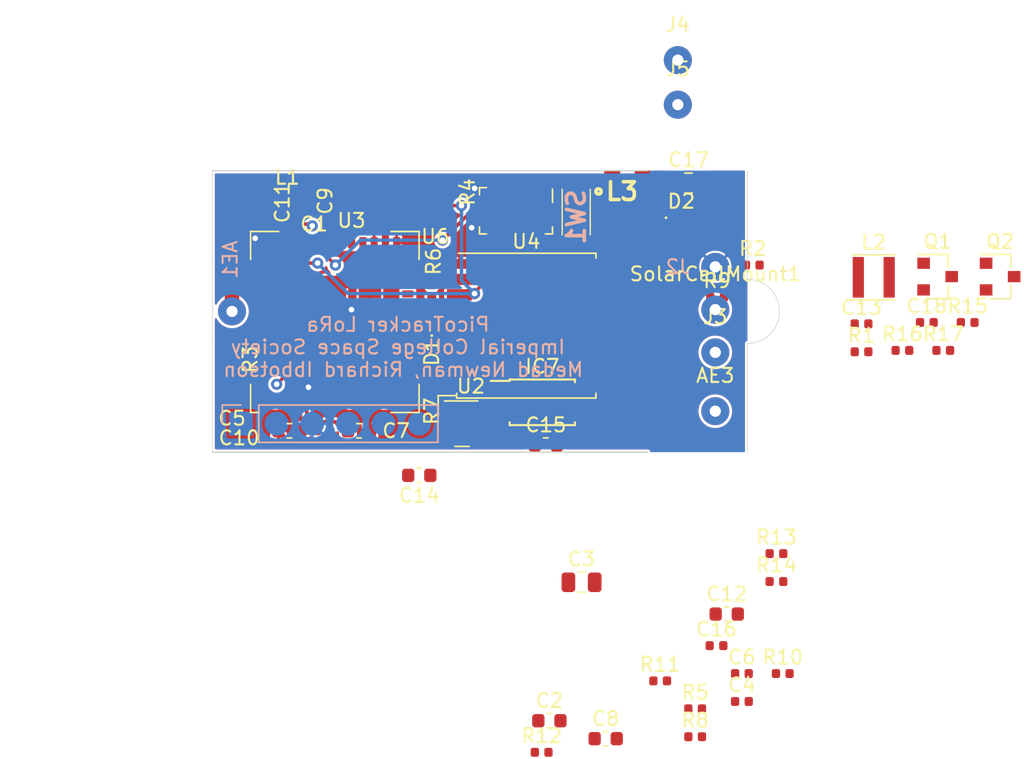
<source format=kicad_pcb>
(kicad_pcb (version 20171130) (host pcbnew "(5.1.2)-1")
  (title_block (title "PCB for Lora Pico Tracker") (date 2019-10-21) (company "Imperial College Space Society") (comment 1 "Richard Ibbotson, Medad Newman"))
  (layers (0 F.Cu signal) (31 B.Cu signal) (34 B.Paste user) (35 F.Paste user) (36 B.SilkS user) (37 F.SilkS user hide) (38 B.Mask user hide) (39 F.Mask user hide) (44 Edge.Cuts user))
  (net 0 "")
  (net 1 GND)
  (net 2 "Net-(C9-Pad1)")
  (net 3 /I2C1_SDA)
  (net 4 /I2C1_SCL)
  (net 5 /RESET)
  (net 6 "Net-(R3-Pad1)")
  (net 7 /GPS_EXTINT)
  (net 8 /GPS_SAFEBOOT)
  (net 9 "Net-(AE1-Pad1)")
  (net 10 "Net-(D1-Pad2)")
  (net 11 /LED)
  (net 12 /SWITCH)
  (net 13 +SOL)
  (net 14 "Net-(AE3-Pad1)")
  (net 15 +BATT)
  (net 16 "Net-(C4-Pad1)")
  (net 17 VCC)
  (net 18 "Net-(C15-Pad2)")
  (net 19 "Net-(C15-Pad1)")
  (net 20 "Net-(C16-Pad1)")
  (net 21 "Net-(C17-Pad2)")
  (net 22 /GPS_TIMEPULSE)
  (net 23 "Net-(IC7-Pad3)")
  (net 24 /SENSOR_EN)
  (net 25 /SWDIO)
  (net 26 "Net-(L2-Pad2)")
  (net 27 /SWCLK)
  (net 28 /BATT_PWR_MEASURE)
  (net 29 "Net-(C13-Pad1)")
  (net 30 /SOL_PWR_MEASURE)
  (net 31 "Net-(C18-Pad1)")
  (net 32 "Net-(Q1-Pad1)")
  (net 33 "Net-(Q2-Pad1)")
  (net 34 /SOLAR_VOLTS)
  (net 35 /BATT_VOLTS)
  (net 36 /TCXO_EN)
  (module Resistor_SMD:R_0402_1005Metric (layer F.Cu) (at 318.748 172.832)
    (fp_text reference R17 (at 0 -1.17) (layer F.SilkS))
    (fp_text value 10K)
    (pad 2 smd roundrect (at 0.485 0) (size 0.59 0.64) (layers F.Cu F.Paste F.Mask) (net 31 "Net-(C18-Pad1)"))
    (pad 1 smd roundrect (at -0.485 0) (size 0.59 0.64) (layers F.Cu F.Paste F.Mask) (net 13 +SOL))
  )
  (module Resistor_SMD:R_0402_1005Metric (layer F.Cu) (at 315.838 172.832)
    (fp_text reference R16 (at 0 -1.17) (layer F.SilkS))
    (fp_text value 100K)
    (pad 2 smd roundrect (at 0.485 0) (size 0.59 0.64) (layers F.Cu F.Paste F.Mask) (net 1 GND))
    (pad 1 smd roundrect (at -0.485 0) (size 0.59 0.64) (layers F.Cu F.Paste F.Mask) (net 35 /BATT_VOLTS))
  )
  (module Resistor_SMD:R_0402_1005Metric (layer F.Cu) (at 320.488 170.842)
    (fp_text reference R15 (at 0 -1.17) (layer F.SilkS))
    (fp_text value 100K)
    (pad 2 smd roundrect (at 0.485 0) (size 0.59 0.64) (layers F.Cu F.Paste F.Mask) (net 35 /BATT_VOLTS))
    (pad 1 smd roundrect (at -0.485 0) (size 0.59 0.64) (layers F.Cu F.Paste F.Mask) (net 32 "Net-(Q1-Pad1)"))
  )
  (module Resistor_SMD:R_0402_1005Metric (layer F.Cu) (at 312.928 172.932)
    (fp_text reference R1 (at 0 -1.17) (layer F.SilkS))
    (fp_text value 10K)
    (pad 2 smd roundrect (at 0.485 0) (size 0.59 0.64) (layers F.Cu F.Paste F.Mask) (net 29 "Net-(C13-Pad1)"))
    (pad 1 smd roundrect (at -0.485 0) (size 0.59 0.64) (layers F.Cu F.Paste F.Mask) (net 15 +BATT))
  )
  (module Package_TO_SOT_SMD:SOT-23 (layer F.Cu) (at 322.798 167.572)
    (fp_text reference Q2 (at 0 -2.5) (layer F.SilkS))
    (fp_text value Q_PMOS_DGS)
    (fp_line (start 0.76 1.58) (end -0.7 1.58) (layer F.SilkS) (width 0.12))
    (fp_line (start 0.76 -1.58) (end -1.4 -1.58) (layer F.SilkS) (width 0.12))
    (fp_line (start 0.76 -1.58) (end 0.76 -0.65) (layer F.SilkS) (width 0.12))
    (fp_line (start 0.76 1.58) (end 0.76 0.65) (layer F.SilkS) (width 0.12))
    (pad 3 smd rect (at 1 0) (size 0.9 0.8) (layers F.Cu F.Paste F.Mask) (net 13 +SOL))
    (pad 2 smd rect (at -1 0.95) (size 0.9 0.8) (layers F.Cu F.Paste F.Mask) (net 31 "Net-(C18-Pad1)"))
    (pad 1 smd rect (at -1 -0.95) (size 0.9 0.8) (layers F.Cu F.Paste F.Mask) (net 33 "Net-(Q2-Pad1)"))
  )
  (module Package_TO_SOT_SMD:SOT-23 (layer F.Cu) (at 318.348 167.572)
    (fp_text reference Q1 (at 0 -2.5) (layer F.SilkS))
    (fp_text value Q_PMOS_DGS)
    (fp_line (start 0.76 1.58) (end -0.7 1.58) (layer F.SilkS) (width 0.12))
    (fp_line (start 0.76 -1.58) (end -1.4 -1.58) (layer F.SilkS) (width 0.12))
    (fp_line (start 0.76 -1.58) (end 0.76 -0.65) (layer F.SilkS) (width 0.12))
    (fp_line (start 0.76 1.58) (end 0.76 0.65) (layer F.SilkS) (width 0.12))
    (pad 3 smd rect (at 1 0) (size 0.9 0.8) (layers F.Cu F.Paste F.Mask) (net 15 +BATT))
    (pad 2 smd rect (at -1 0.95) (size 0.9 0.8) (layers F.Cu F.Paste F.Mask) (net 29 "Net-(C13-Pad1)"))
    (pad 1 smd rect (at -1 -0.95) (size 0.9 0.8) (layers F.Cu F.Paste F.Mask) (net 32 "Net-(Q1-Pad1)"))
  )
  (module Inductor_SMD:L_Taiyo-Yuden_NR-30xx (layer F.Cu) (at 313.798 167.622)
    (fp_text reference L2 (at 0 -2.5) (layer F.SilkS))
    (fp_text value 2.2uH)
    (fp_line (start -1.5 1.6) (end 1.5 1.6) (layer F.SilkS) (width 0.12))
    (fp_line (start -1.5 -1.6) (end 1.5 -1.6) (layer F.SilkS) (width 0.12))
    (pad 2 smd rect (at 1.1 0) (size 0.8 2.9) (layers F.Cu F.Paste F.Mask) (net 26 "Net-(L2-Pad2)"))
    (pad 1 smd rect (at -1.1 0) (size 0.8 2.9) (layers F.Cu F.Paste F.Mask) (net 17 VCC))
  )
  (module Capacitor_SMD:C_0402_1005Metric (layer F.Cu) (at 317.578 170.842)
    (fp_text reference C18 (at 0 -1.17) (layer F.SilkS))
    (fp_text value 100nF)
    (pad 2 smd roundrect (at 0.485 0) (size 0.59 0.64) (layers F.Cu F.Paste F.Mask) (net 30 /SOL_PWR_MEASURE))
    (pad 1 smd roundrect (at -0.485 0) (size 0.59 0.64) (layers F.Cu F.Paste F.Mask) (net 31 "Net-(C18-Pad1)"))
  )
  (module Capacitor_SMD:C_0402_1005Metric (layer F.Cu) (at 312.928 170.942)
    (fp_text reference C13 (at 0 -1.17) (layer F.SilkS))
    (fp_text value 100nF)
    (pad 2 smd roundrect (at 0.485 0) (size 0.59 0.64) (layers F.Cu F.Paste F.Mask) (net 28 /BATT_PWR_MEASURE))
    (pad 1 smd roundrect (at -0.485 0) (size 0.59 0.64) (layers F.Cu F.Paste F.Mask) (net 29 "Net-(C13-Pad1)"))
  )
  (module flight-computer:special_test_pads (layer B.Cu) (at 268.732 178.054 270)
    (fp_text reference J1 hide)
    (fp_text value Conn_01x06 hide)
    (fp_line (start -1.33 1.33) (end 0 1.33) (layer B.SilkS) (width 0.12))
    (fp_line (start -1.33 0) (end -1.33 1.33) (layer B.SilkS) (width 0.12))
    (fp_line (start -1.33 -1.27) (end 1.33 -1.27) (layer B.SilkS) (width 0.12))
    (fp_line (start 1.33 -1.27) (end 1.33 -14.03) (layer B.SilkS) (width 0.12))
    (fp_line (start -1.33 -1.27) (end -1.33 -14.03) (layer B.SilkS) (width 0.12))
    (fp_line (start -1.33 -14.03) (end 1.33 -14.03) (layer B.SilkS) (width 0.12))
    (pad 6 smd oval (at 0 -12.7 270) (size 1.7 1.7) (layers B.Cu B.Mask))
    (pad 5 smd oval (at 0 -10.16 270) (size 1.7 1.7) (layers B.Cu B.Mask) (net 5 /RESET))
    (pad 4 smd oval (at 0 -7.62 270) (size 1.7 1.7) (layers B.Cu B.Mask) (net 25 /SWDIO))
    (pad 3 smd oval (at 0 -5.08 270) (size 1.7 1.7) (layers B.Cu B.Mask) (net 1 GND))
    (pad 2 smd oval (at 0 -2.54 270) (size 1.7 1.7) (layers B.Cu B.Mask) (net 27 /SWCLK))
    (pad 1 smd rect (at 0 0 270) (size 1.7 1.7) (layers B.Cu B.Mask) (net 17 VCC))
  )
  (module Inductor_coilcraft:LPS3015 (layer F.Cu) (at 296.255 161.536)
    (fp_text reference L3 (at -0.38594 -0.02986) (layer F.SilkS) (effects (font (size 1.27 1.27) (thickness 0.254))))
    (fp_text value 10uH hide)
    (fp_circle (center -2.057 -0.03) (end -2.114 -0.03) (layer F.SilkS) (width 0.254))
    (pad 2 smd rect (at 1.08 0) (size 1.14 3.05) (layers F.Cu F.Paste F.Mask) (net 13 +SOL))
    (pad 1 smd rect (at -1.08 0) (size 1.14 3.05) (layers F.Cu F.Paste F.Mask) (net 23 "Net-(IC7-Pad3)"))
  )
  (module Diode_SMD:D_0402_1005Metric (layer F.Cu) (at 300.094 163.379)
    (fp_text reference D2 (at 0 -1.17) (layer F.SilkS))
    (fp_text value D_Schottky)
    (fp_circle (center -1.09 0) (end -1.04 0) (layer F.SilkS) (width 0.1))
    (pad 2 smd roundrect (at 0.485 0) (size 0.59 0.64) (layers F.Cu F.Paste F.Mask) (net 1 GND))
    (pad 1 smd roundrect (at -0.485 0) (size 0.59 0.64) (layers F.Cu F.Paste F.Mask) (net 15 +BATT))
  )
  (module Capacitor_SMD:C_0805_2012Metric (layer F.Cu) (at 300.609 160.909)
    (fp_text reference C17 (at 0 -1.65) (layer F.SilkS))
    (fp_text value 22uF)
    (fp_line (start -0.258578 0.71) (end 0.258578 0.71) (layer F.SilkS) (width 0.12))
    (fp_line (start -0.258578 -0.71) (end 0.258578 -0.71) (layer F.SilkS) (width 0.12))
    (pad 2 smd roundrect (at 0.9375 0) (size 0.975 1.4) (layers F.Cu F.Paste F.Mask) (net 21 "Net-(C17-Pad2)"))
    (pad 1 smd roundrect (at -0.9375 0) (size 0.975 1.4) (layers F.Cu F.Paste F.Mask) (net 1 GND))
  )
  (module RF_GPS:ublox_MAX (layer F.Cu) (at 289.052 171.069)
    (fp_text reference U4 (at 0 -6) (layer F.SilkS))
    (fp_text value MAX-M8C)
    (fp_line (start 4.96 -5.16) (end 4.96 -4.82) (layer F.SilkS) (width 0.12))
    (fp_line (start -4.96 4.82) (end -4.96 5.16) (layer F.SilkS) (width 0.12))
    (fp_line (start 4.96 4.82) (end 4.96 5.16) (layer F.SilkS) (width 0.12))
    (fp_line (start -4.96 5.16) (end 4.96 5.16) (layer F.SilkS) (width 0.12))
    (fp_line (start -4.85 -5.16) (end 4.96 -5.16) (layer F.SilkS) (width 0.12))
    (pad 18 smd rect (at 4.75 -4.4) (size 1.8 0.7) (layers F.Cu F.Paste F.Mask) (net 8 /GPS_SAFEBOOT))
    (pad 17 smd rect (at 4.75 -3.3) (size 1.8 0.8) (layers F.Cu F.Paste F.Mask) (net 4 /I2C1_SCL))
    (pad 16 smd rect (at 4.75 -2.2) (size 1.8 0.8) (layers F.Cu F.Paste F.Mask) (net 3 /I2C1_SDA))
    (pad 15 smd rect (at 4.75 -1.1) (size 1.8 0.8) (layers F.Cu F.Paste F.Mask))
    (pad 14 smd rect (at 4.75 0) (size 1.8 0.8) (layers F.Cu F.Paste F.Mask))
    (pad 13 smd rect (at 4.75 1.1) (size 1.8 0.8) (layers F.Cu F.Paste F.Mask) (net 1 GND))
    (pad 12 smd rect (at 4.75 2.2) (size 1.8 0.8) (layers F.Cu F.Paste F.Mask) (net 1 GND))
    (pad 11 smd rect (at 4.75 3.3) (size 1.8 0.8) (layers F.Cu F.Paste F.Mask) (net 14 "Net-(AE3-Pad1)"))
    (pad 10 smd rect (at 4.75 4.4) (size 1.8 0.7) (layers F.Cu F.Paste F.Mask) (net 1 GND))
    (pad 9 smd rect (at -4.75 4.4) (size 1.8 0.7) (layers F.Cu F.Paste F.Mask) (net 17 VCC))
    (pad 8 smd rect (at -4.75 3.3) (size 1.8 0.8) (layers F.Cu F.Paste F.Mask) (net 17 VCC))
    (pad 7 smd rect (at -4.75 2.2) (size 1.8 0.8) (layers F.Cu F.Paste F.Mask) (net 17 VCC))
    (pad 6 smd rect (at -4.75 1.1) (size 1.8 0.8) (layers F.Cu F.Paste F.Mask) (net 17 VCC))
    (pad 5 smd rect (at -4.75 0) (size 1.8 0.8) (layers F.Cu F.Paste F.Mask) (net 7 /GPS_EXTINT))
    (pad 4 smd rect (at -4.75 -1.1) (size 1.8 0.8) (layers F.Cu F.Paste F.Mask) (net 22 /GPS_TIMEPULSE))
    (pad 3 smd rect (at -4.75 -2.2) (size 1.8 0.8) (layers F.Cu F.Paste F.Mask))
    (pad 2 smd rect (at -4.75 -3.3) (size 1.8 0.8) (layers F.Cu F.Paste F.Mask))
    (pad 1 smd rect (at -4.75 -4.4) (size 1.8 0.7) (layers F.Cu F.Paste F.Mask) (net 1 GND))
  )
  (module Package_SON:WSON-12-1EP_3x2mm_P0.5mm_EP1x2.65 (layer F.Cu) (at 284.48 178.054)
    (fp_text reference U2 (at 0.635 -2.667) (layer F.SilkS))
    (fp_text value TPS62740)
    (fp_line (start -1.25 -1.62) (end 1.12 -1.62) (layer F.SilkS) (width 0.12))
    (fp_line (start 0.5 1.62) (end -0.5 1.62) (layer F.SilkS) (width 0.12))
    (fp_line (start -1.7 -2) (end -0.5 -2) (layer F.SilkS) (width 0.12))
    (fp_line (start -1.7 -0.5) (end -1.7 -2) (layer F.SilkS) (width 0.12))
    (pad 13 smd rect (at 0 0) (size 1 2.65) (layers F.Cu F.Mask))
    (pad 12 smd rect (at 0.95 -1.25) (size 0.5 0.25) (layers F.Cu F.Paste F.Mask) (net 15 +BATT))
    (pad 11 smd rect (at 0.95 -0.75) (size 0.5 0.25) (layers F.Cu F.Paste F.Mask) (net 15 +BATT))
    (pad 10 smd rect (at 0.95 -0.25) (size 0.5 0.25) (layers F.Cu F.Paste F.Mask) (net 15 +BATT))
    (pad 9 smd rect (at 0.95 0.25) (size 0.5 0.25) (layers F.Cu F.Paste F.Mask) (net 1 GND))
    (pad 8 smd rect (at 0.95 0.75) (size 0.5 0.25) (layers F.Cu F.Paste F.Mask) (net 1 GND))
    (pad 7 smd rect (at 0.95 1.25) (size 0.5 0.25) (layers F.Cu F.Paste F.Mask))
    (pad 6 smd rect (at -0.95 1.25) (size 0.5 0.25) (layers F.Cu F.Paste F.Mask) (net 17 VCC))
    (pad 5 smd rect (at -0.95 0.75) (size 0.5 0.25) (layers F.Cu F.Paste F.Mask) (net 17 VCC))
    (pad 4 smd rect (at -0.95 0.25) (size 0.5 0.25) (layers F.Cu F.Paste F.Mask) (net 24 /SENSOR_EN))
    (pad 3 smd rect (at -0.95 -0.25) (size 0.5 0.25) (layers F.Cu F.Paste F.Mask) (net 1 GND))
    (pad 2 smd rect (at -0.95 -0.75) (size 0.5 0.25) (layers F.Cu F.Paste F.Mask) (net 26 "Net-(L2-Pad2)"))
    (pad 1 smd rect (at -0.95 -1.25) (size 0.5 0.25) (layers F.Cu F.Paste F.Mask) (net 15 +BATT))
  )
  (module Connector_Wire:SolderWirePad_1x01_Drill0.8mm (layer F.Cu) (at 302.514 169.926)
    (fp_text reference SolarCellMount1 (at 0 -2.54) (layer F.SilkS))
    (fp_text value Unconnected)
    (pad 1 thru_hole circle (at 0 0) (size 1.99898 1.99898) (drill 0.8001) (layers *.Cu *.Mask))
  )
  (module Resistor_SMD:R_0402_1005Metric (layer F.Cu) (at 306.869 189.301)
    (fp_text reference R14 (at 0 -1.17) (layer F.SilkS))
    (fp_text value 5.1M)
    (pad 2 smd roundrect (at 0.485 0) (size 0.59 0.64) (layers F.Cu F.Paste F.Mask) (net 20 "Net-(C16-Pad1)"))
    (pad 1 smd roundrect (at -0.485 0) (size 0.59 0.64) (layers F.Cu F.Paste F.Mask) (net 1 GND))
  )
  (module Resistor_SMD:R_0402_1005Metric (layer F.Cu) (at 306.869 187.311)
    (fp_text reference R13 (at 0 -1.17) (layer F.SilkS))
    (fp_text value 10M)
    (pad 2 smd roundrect (at 0.485 0) (size 0.59 0.64) (layers F.Cu F.Paste F.Mask) (net 15 +BATT))
    (pad 1 smd roundrect (at -0.485 0) (size 0.59 0.64) (layers F.Cu F.Paste F.Mask) (net 20 "Net-(C16-Pad1)"))
  )
  (module Resistor_SMD:R_0402_1005Metric (layer F.Cu) (at 290.149 201.471)
    (fp_text reference R12 (at 0 -1.17) (layer F.SilkS))
    (fp_text value 1Ohm)
    (pad 2 smd roundrect (at 0.485 0) (size 0.59 0.64) (layers F.Cu F.Paste F.Mask) (net 15 +BATT))
    (pad 1 smd roundrect (at -0.485 0) (size 0.59 0.64) (layers F.Cu F.Paste F.Mask) (net 21 "Net-(C17-Pad2)"))
  )
  (module Resistor_SMD:R_0402_1005Metric (layer F.Cu) (at 298.589 196.381)
    (fp_text reference R11 (at 0 -1.17) (layer F.SilkS))
    (fp_text value 1K)
    (pad 2 smd roundrect (at 0.485 0) (size 0.59 0.64) (layers F.Cu F.Paste F.Mask) (net 18 "Net-(C15-Pad2)"))
    (pad 1 smd roundrect (at -0.485 0) (size 0.59 0.64) (layers F.Cu F.Paste F.Mask) (net 15 +BATT))
  )
  (module Resistor_SMD:R_0402_1005Metric (layer F.Cu) (at 307.319 195.861)
    (fp_text reference R10 (at 0 -1.17) (layer F.SilkS))
    (fp_text value 1K)
    (pad 2 smd roundrect (at 0.485 0) (size 0.59 0.64) (layers F.Cu F.Paste F.Mask) (net 19 "Net-(C15-Pad1)"))
    (pad 1 smd roundrect (at -0.485 0) (size 0.59 0.64) (layers F.Cu F.Paste F.Mask) (net 21 "Net-(C17-Pad2)"))
  )
  (module Resistor_SMD:R_0402_1005Metric (layer F.Cu) (at 301.079 200.361)
    (fp_text reference R8 (at 0 -1.17) (layer F.SilkS))
    (fp_text value 1K)
    (pad 2 smd roundrect (at 0.485 0) (size 0.59 0.64) (layers F.Cu F.Paste F.Mask) (net 16 "Net-(C4-Pad1)"))
    (pad 1 smd roundrect (at -0.485 0) (size 0.59 0.64) (layers F.Cu F.Paste F.Mask) (net 13 +SOL))
  )
  (module Resistor_SMD:R_0402_1005Metric (layer F.Cu) (at 301.079 198.371)
    (fp_text reference R5 (at 0 -1.17) (layer F.SilkS))
    (fp_text value 4.7K)
    (pad 2 smd roundrect (at 0.485 0) (size 0.59 0.64) (layers F.Cu F.Paste F.Mask) (net 4 /I2C1_SCL))
    (pad 1 smd roundrect (at -0.485 0) (size 0.59 0.64) (layers F.Cu F.Paste F.Mask) (net 17 VCC))
  )
  (module Resistor_SMD:R_0402_1005Metric (layer F.Cu) (at 268.224 173.482 270)
    (fp_text reference R3 (at 0 -1.17 90) (layer F.SilkS))
    (fp_text value 10K)
    (pad 2 smd roundrect (at 0.485 0 270) (size 0.59 0.64) (layers F.Cu F.Paste F.Mask) (net 1 GND))
    (pad 1 smd roundrect (at -0.485 0 270) (size 0.59 0.64) (layers F.Cu F.Paste F.Mask) (net 6 "Net-(R3-Pad1)"))
  )
  (module Capacitor_SMD:C_0402_1005Metric (layer F.Cu) (at 272.034 161.671)
    (fp_text reference L1 (at 0 -1.17) (layer F.SilkS))
    (fp_text value NF)
    (pad 2 smd roundrect (at 0.485 0) (size 0.59 0.64) (layers F.Cu F.Paste F.Mask) (net 2 "Net-(C9-Pad1)"))
    (pad 1 smd roundrect (at -0.485 0) (size 0.59 0.64) (layers F.Cu F.Paste F.Mask) (net 9 "Net-(AE1-Pad1)"))
  )
  (module Connector_Wire:SolderWirePad_1x01_Drill0.8mm (layer F.Cu) (at 299.847 155.321)
    (fp_text reference J5 (at 0 -2.54) (layer F.SilkS))
    (fp_text value BATT_GND)
    (pad 1 thru_hole circle (at 0 0) (size 1.99898 1.99898) (drill 0.8001) (layers *.Cu *.Mask) (net 1 GND))
  )
  (module Connector_Wire:SolderWirePad_1x01_Drill0.8mm (layer F.Cu) (at 299.847 152.146)
    (fp_text reference J4 (at 0 -2.54) (layer F.SilkS))
    (fp_text value BATT_V+)
    (pad 1 thru_hole circle (at 0 0) (size 1.99898 1.99898) (drill 0.8001) (layers *.Cu *.Mask) (net 15 +BATT))
  )
  (module Connector_Wire:SolderWirePad_1x01_Drill0.8mm (layer F.Cu) (at 302.514 172.974)
    (fp_text reference J3 (at 0 -2.54) (layer F.SilkS))
    (fp_text value +SOL)
    (pad 1 thru_hole circle (at 0 0) (size 1.99898 1.99898) (drill 0.8001) (layers *.Cu *.Mask) (net 13 +SOL))
  )
  (module Capacitor_SMD:C_0402_1005Metric (layer F.Cu) (at 302.599 193.871)
    (fp_text reference C16 (at 0 -1.17) (layer F.SilkS))
    (fp_text value 1nF)
    (pad 2 smd roundrect (at 0.485 0) (size 0.59 0.64) (layers F.Cu F.Paste F.Mask) (net 1 GND))
    (pad 1 smd roundrect (at -0.485 0) (size 0.59 0.64) (layers F.Cu F.Paste F.Mask) (net 20 "Net-(C16-Pad1)"))
  )
  (module Capacitor_SMD:C_0603_1608Metric (layer F.Cu) (at 290.449 179.578)
    (fp_text reference C15 (at 0 -1.43) (layer F.SilkS))
    (fp_text value 1uF)
    (fp_line (start -0.162779 0.51) (end 0.162779 0.51) (layer F.SilkS) (width 0.12))
    (fp_line (start -0.162779 -0.51) (end 0.162779 -0.51) (layer F.SilkS) (width 0.12))
    (pad 2 smd roundrect (at 0.7875 0) (size 0.875 0.95) (layers F.Cu F.Paste F.Mask) (net 18 "Net-(C15-Pad2)"))
    (pad 1 smd roundrect (at -0.7875 0) (size 0.875 0.95) (layers F.Cu F.Paste F.Mask) (net 19 "Net-(C15-Pad1)"))
  )
  (module Capacitor_SMD:C_0603_1608Metric (layer F.Cu) (at 281.432 181.737 180)
    (fp_text reference C14 (at 0 -1.43) (layer F.SilkS))
    (fp_text value 220nF)
    (fp_line (start -0.162779 0.51) (end 0.162779 0.51) (layer F.SilkS) (width 0.12))
    (fp_line (start -0.162779 -0.51) (end 0.162779 -0.51) (layer F.SilkS) (width 0.12))
    (pad 2 smd roundrect (at 0.7875 0 180) (size 0.875 0.95) (layers F.Cu F.Paste F.Mask) (net 1 GND))
    (pad 1 smd roundrect (at -0.7875 0 180) (size 0.875 0.95) (layers F.Cu F.Paste F.Mask) (net 17 VCC))
  )
  (module Capacitor_SMD:C_0603_1608Metric (layer F.Cu) (at 303.329 191.621)
    (fp_text reference C12 (at 0 -1.43) (layer F.SilkS))
    (fp_text value 10uF)
    (fp_line (start -0.162779 0.51) (end 0.162779 0.51) (layer F.SilkS) (width 0.12))
    (fp_line (start -0.162779 -0.51) (end 0.162779 -0.51) (layer F.SilkS) (width 0.12))
    (pad 2 smd roundrect (at 0.7875 0) (size 0.875 0.95) (layers F.Cu F.Paste F.Mask) (net 1 GND))
    (pad 1 smd roundrect (at -0.7875 0) (size 0.875 0.95) (layers F.Cu F.Paste F.Mask) (net 17 VCC))
  )
  (module Capacitor_SMD:C_0402_1005Metric (layer F.Cu) (at 270.51 162.306 270)
    (fp_text reference C11 (at 0 -1.17 90) (layer F.SilkS))
    (fp_text value NF)
    (pad 2 smd roundrect (at 0.485 0 270) (size 0.59 0.64) (layers F.Cu F.Paste F.Mask) (net 1 GND))
    (pad 1 smd roundrect (at -0.485 0 270) (size 0.59 0.64) (layers F.Cu F.Paste F.Mask) (net 9 "Net-(AE1-Pad1)"))
  )
  (module Capacitor_SMD:C_0402_1005Metric (layer F.Cu) (at 273.558 162.179 270)
    (fp_text reference C9 (at 0 -1.17 90) (layer F.SilkS))
    (fp_text value NF)
    (pad 2 smd roundrect (at 0.485 0 270) (size 0.59 0.64) (layers F.Cu F.Paste F.Mask) (net 1 GND))
    (pad 1 smd roundrect (at -0.485 0 270) (size 0.59 0.64) (layers F.Cu F.Paste F.Mask) (net 2 "Net-(C9-Pad1)"))
  )
  (module Capacitor_SMD:C_0603_1608Metric (layer F.Cu) (at 294.709 200.501)
    (fp_text reference C8 (at 0 -1.43) (layer F.SilkS))
    (fp_text value 10uF)
    (fp_line (start -0.162779 0.51) (end 0.162779 0.51) (layer F.SilkS) (width 0.12))
    (fp_line (start -0.162779 -0.51) (end 0.162779 -0.51) (layer F.SilkS) (width 0.12))
    (pad 2 smd roundrect (at 0.7875 0) (size 0.875 0.95) (layers F.Cu F.Paste F.Mask) (net 1 GND))
    (pad 1 smd roundrect (at -0.7875 0) (size 0.875 0.95) (layers F.Cu F.Paste F.Mask) (net 17 VCC))
  )
  (module Capacitor_SMD:C_0402_1005Metric (layer F.Cu) (at 304.409 195.861)
    (fp_text reference C6 (at 0 -1.17) (layer F.SilkS))
    (fp_text value 100nF)
    (pad 2 smd roundrect (at 0.485 0) (size 0.59 0.64) (layers F.Cu F.Paste F.Mask) (net 1 GND))
    (pad 1 smd roundrect (at -0.485 0) (size 0.59 0.64) (layers F.Cu F.Paste F.Mask) (net 17 VCC))
  )
  (module Capacitor_SMD:C_0402_1005Metric (layer F.Cu) (at 304.409 197.851)
    (fp_text reference C4 (at 0 -1.17) (layer F.SilkS))
    (fp_text value 1nF)
    (pad 2 smd roundrect (at 0.485 0) (size 0.59 0.64) (layers F.Cu F.Paste F.Mask) (net 1 GND))
    (pad 1 smd roundrect (at -0.485 0) (size 0.59 0.64) (layers F.Cu F.Paste F.Mask) (net 16 "Net-(C4-Pad1)"))
  )
  (module Capacitor_SMD:C_0805_2012Metric (layer F.Cu) (at 292.989 189.357)
    (fp_text reference C3 (at 0 -1.65) (layer F.SilkS))
    (fp_text value 4.7uF)
    (fp_line (start -0.258578 0.71) (end 0.258578 0.71) (layer F.SilkS) (width 0.12))
    (fp_line (start -0.258578 -0.71) (end 0.258578 -0.71) (layer F.SilkS) (width 0.12))
    (pad 2 smd roundrect (at 0.9375 0) (size 0.975 1.4) (layers F.Cu F.Paste F.Mask) (net 1 GND))
    (pad 1 smd roundrect (at -0.9375 0) (size 0.975 1.4) (layers F.Cu F.Paste F.Mask) (net 13 +SOL))
  )
  (module Capacitor_SMD:C_0603_1608Metric (layer F.Cu) (at 290.699 199.221)
    (fp_text reference C2 (at 0 -1.43) (layer F.SilkS))
    (fp_text value 10uF)
    (fp_line (start -0.162779 0.51) (end 0.162779 0.51) (layer F.SilkS) (width 0.12))
    (fp_line (start -0.162779 -0.51) (end 0.162779 -0.51) (layer F.SilkS) (width 0.12))
    (pad 2 smd roundrect (at 0.7875 0) (size 0.875 0.95) (layers F.Cu F.Paste F.Mask) (net 1 GND))
    (pad 1 smd roundrect (at -0.7875 0) (size 0.875 0.95) (layers F.Cu F.Paste F.Mask) (net 15 +BATT))
  )
  (module Connector_Wire:SolderWirePad_1x01_Drill0.8mm (layer F.Cu) (at 302.514 177.165)
    (fp_text reference AE3 (at 0 -2.54) (layer F.SilkS))
    (fp_text value "GPS Antenna")
    (pad 1 thru_hole circle (at 0 0) (size 1.99898 1.99898) (drill 0.8001) (layers *.Cu *.Mask) (net 14 "Net-(AE3-Pad1)"))
  )
  (module Resistor_SMD:R_0402_1005Metric (layer F.Cu) (at 302.641 169.037)
    (fp_text reference R9 (at 0 -1.17) (layer F.SilkS))
    (fp_text value 100K)
    (pad 2 smd roundrect (at 0.485 0) (size 0.59 0.64) (layers F.Cu F.Paste F.Mask) (net 1 GND))
    (pad 1 smd roundrect (at -0.485 0) (size 0.59 0.64) (layers F.Cu F.Paste F.Mask) (net 34 /SOLAR_VOLTS))
  )
  (module Resistor_SMD:R_0402_1005Metric (layer F.Cu) (at 305.181 166.751)
    (fp_text reference R2 (at 0 -1.17) (layer F.SilkS))
    (fp_text value 100K)
    (pad 2 smd roundrect (at 0.485 0) (size 0.59 0.64) (layers F.Cu F.Paste F.Mask) (net 34 /SOLAR_VOLTS))
    (pad 1 smd roundrect (at -0.485 0) (size 0.59 0.64) (layers F.Cu F.Paste F.Mask) (net 33 "Net-(Q2-Pad1)"))
  )
  (module Package_SO:TSSOP-8_4.4x3mm_P0.65mm (layer F.Cu) (at 290.195 176.53)
    (fp_text reference IC7 (at 0 -2.55) (layer F.SilkS))
    (fp_text value SPV1040)
    (fp_line (start -2.325 -1.525) (end -3.675 -1.525) (layer F.SilkS) (width 0.15))
    (fp_line (start -2.325 1.625) (end 2.325 1.625) (layer F.SilkS) (width 0.15))
    (fp_line (start -2.325 -1.625) (end 2.325 -1.625) (layer F.SilkS) (width 0.15))
    (fp_line (start -2.325 1.625) (end -2.325 1.425) (layer F.SilkS) (width 0.15))
    (fp_line (start 2.325 1.625) (end 2.325 1.425) (layer F.SilkS) (width 0.15))
    (fp_line (start 2.325 -1.625) (end 2.325 -1.425) (layer F.SilkS) (width 0.15))
    (fp_line (start -2.325 -1.625) (end -2.325 -1.525) (layer F.SilkS) (width 0.15))
    (pad 8 smd rect (at 2.95 -0.975) (size 1.45 0.45) (layers F.Cu F.Paste F.Mask))
    (pad 7 smd rect (at 2.95 -0.325) (size 1.45 0.45) (layers F.Cu F.Paste F.Mask) (net 19 "Net-(C15-Pad1)"))
    (pad 6 smd rect (at 2.95 0.325) (size 1.45 0.45) (layers F.Cu F.Paste F.Mask) (net 18 "Net-(C15-Pad2)"))
    (pad 5 smd rect (at 2.95 0.975) (size 1.45 0.45) (layers F.Cu F.Paste F.Mask) (net 20 "Net-(C16-Pad1)"))
    (pad 4 smd rect (at -2.95 0.975) (size 1.45 0.45) (layers F.Cu F.Paste F.Mask) (net 21 "Net-(C17-Pad2)"))
    (pad 3 smd rect (at -2.95 0.325) (size 1.45 0.45) (layers F.Cu F.Paste F.Mask) (net 23 "Net-(IC7-Pad3)"))
    (pad 2 smd rect (at -2.95 -0.325) (size 1.45 0.45) (layers F.Cu F.Paste F.Mask) (net 1 GND))
    (pad 1 smd rect (at -2.95 -0.975) (size 1.45 0.45) (layers F.Cu F.Paste F.Mask) (net 16 "Net-(C4-Pad1)"))
  )
  (module flight-computer:SolderWirePad_1x01_Drill0.8mm (layer F.Cu) (at 305.689 170.053)
    (fp_text reference StringHole1 hide)
    (fp_text value Unconnected)
    (pad "" np_thru_hole circle (at 0 0) (size 0.8 0.8) (drill 0.8) (layers *.Cu *.Mask))
  )
  (module Connector_Wire:SolderWirePad_1x01_Drill0.8mm (layer F.Cu) (at 266.319 169.164)
    (fp_text reference AE1 (at 1.651 -2.794 90) (layer B.SilkS) (effects (justify mirror)))
    (fp_text value "Lora Antenna")
    (pad 1 thru_hole circle (at 1.778 0.889) (size 1.99898 1.99898) (drill 0.8001) (layers *.Cu *.Mask) (net 9 "Net-(AE1-Pad1)"))
  )
  (module Resistor_SMD:R_0402_1005Metric (layer F.Cu) (at 282.321 168.656 90)
    (fp_text reference R6 (at 2.159 0.127 90) (layer F.SilkS))
    (fp_text value R)
    (pad 2 smd roundrect (at 0.485 0 90) (size 0.59 0.64) (layers F.Cu F.Paste F.Mask) (net 11 /LED))
    (pad 1 smd roundrect (at -0.485 0 90) (size 0.59 0.64) (layers F.Cu F.Paste F.Mask) (net 10 "Net-(D1-Pad2)"))
  )
  (module LED_SMD:LED_0402_1005Metric (layer F.Cu) (at 282.321 170.688 90)
    (fp_text reference D1 (at -2.286 0 90) (layer F.SilkS))
    (fp_text value LED)
    (fp_circle (center -1.09 0) (end -1.04 0) (layer F.SilkS) (width 0.1))
    (pad 2 smd roundrect (at 0.485 0 90) (size 0.59 0.64) (layers F.Cu F.Paste F.Mask) (net 10 "Net-(D1-Pad2)"))
    (pad 1 smd roundrect (at -0.485 0 90) (size 0.59 0.64) (layers F.Cu F.Paste F.Mask) (net 1 GND))
  )
  (module flight-computer:EVPAWCD4A (layer F.Cu) (at 292.608 163.449 270)
    (fp_text reference SW1 (at -0.127 0 270) (layer B.SilkS) (effects (font (size 1.27 1.27) (thickness 0.254)) (justify mirror)))
    (fp_text value SW_Push hide)
    (fp_line (start -2.1 1) (end 1.15 1) (layer F.SilkS) (width 0.1))
    (fp_line (start -2.1 -1) (end 1.15 -1) (layer F.SilkS) (width 0.1))
    (pad 2 smd rect (at -2.1 0 270) (size 0.55 1.5) (layers F.Cu F.Paste F.Mask) (net 17 VCC))
    (pad 1 smd rect (at 1.15 0 270) (size 0.55 1.5) (layers F.Cu F.Paste F.Mask) (net 12 /SWITCH))
  )
  (module Resistor_SMD:R_0402_1005Metric (layer F.Cu) (at 282.321 174.879 270)
    (fp_text reference R7 (at 2.286 0 90) (layer F.SilkS))
    (fp_text value 100K)
    (pad 2 smd roundrect (at 0.485 0 270) (size 0.59 0.64) (layers F.Cu F.Paste F.Mask) (net 1 GND))
    (pad 1 smd roundrect (at -0.485 0 270) (size 0.59 0.64) (layers F.Cu F.Paste F.Mask) (net 12 /SWITCH))
  )
  (module RF_Module:CMWX1ZZABZ (layer F.Cu) (at 275.419 170.808 90)
    (fp_text reference U3 (at 7.232 1.187) (layer F.SilkS))
    (fp_text value CMWX1ZZABZ-078)
    (fp_line (start -6.45 4) (end -6.45 6) (layer F.SilkS) (width 0.12))
    (fp_line (start -6.45 6) (end -4.45 6) (layer F.SilkS) (width 0.12))
    (fp_line (start 6.45 4) (end 6.45 6) (layer F.SilkS) (width 0.12))
    (fp_line (start 4.45 6) (end 6.45 6) (layer F.SilkS) (width 0.12))
    (fp_line (start -6.45 -6) (end -6.45 -5.4) (layer F.SilkS) (width 0.12))
    (fp_line (start -6.45 -6) (end -4.45 -6) (layer F.SilkS) (width 0.12))
    (fp_line (start 4.45 -6) (end 6.45 -6) (layer F.SilkS) (width 0.12))
    (fp_line (start 6.45 -6) (end 6.45 -4) (layer F.SilkS) (width 0.12))
    (pad 38 smd rect (at 3.6 -5.2 180) (size 0.8 0.5) (layers F.Cu F.Paste F.Mask) (net 24 /SENSOR_EN))
    (pad 26 smd rect (at 5.65 3.6 90) (size 0.8 0.5) (layers F.Cu F.Paste F.Mask) (net 2 "Net-(C9-Pad1)"))
    (pad 25 smd rect (at 5.65 4.4 90) (size 0.8 0.5) (layers F.Cu F.Paste F.Mask) (net 1 GND))
    (pad 24 smd rect (at 4.4 5.2) (size 0.8 0.5) (layers F.Cu F.Paste F.Mask) (net 34 /SOLAR_VOLTS))
    (pad 23 smd rect (at 3.6 5.2) (size 0.8 0.5) (layers F.Cu F.Paste F.Mask) (net 35 /BATT_VOLTS))
    (pad 22 smd rect (at 2.8 5.2) (size 0.8 0.5) (layers F.Cu F.Paste F.Mask) (net 11 /LED))
    (pad 21 smd rect (at 2 5.2) (size 0.8 0.5) (layers F.Cu F.Paste F.Mask))
    (pad 20 smd rect (at 1.2 5.2) (size 0.8 0.5) (layers F.Cu F.Paste F.Mask))
    (pad 19 smd rect (at 0.4 5.2 180) (size 0.8 0.5) (layers F.Cu F.Paste F.Mask) (net 28 /BATT_PWR_MEASURE))
    (pad 18 smd rect (at -0.4 5.2 180) (size 0.8 0.5) (layers F.Cu F.Paste F.Mask) (net 30 /SOL_PWR_MEASURE))
    (pad 17 smd rect (at -1.2 5.2 180) (size 0.8 0.5) (layers F.Cu F.Paste F.Mask) (net 8 /GPS_SAFEBOOT))
    (pad 16 smd rect (at -2 5.2 180) (size 0.8 0.5) (layers F.Cu F.Paste F.Mask) (net 7 /GPS_EXTINT))
    (pad 15 smd rect (at -2.8 5.2 180) (size 0.8 0.5) (layers F.Cu F.Paste F.Mask) (net 22 /GPS_TIMEPULSE))
    (pad 14 smd rect (at -3.6 5.2 180) (size 0.8 0.5) (layers F.Cu F.Paste F.Mask) (net 12 /SWITCH))
    (pad 13 smd rect (at -4.4 5.2 180) (size 0.8 0.5) (layers F.Cu F.Paste F.Mask))
    (pad 12 smd rect (at -5.65 4.4 90) (size 0.8 0.5) (layers F.Cu F.Paste F.Mask))
    (pad 41 smd rect (at 1.2 -5.2 180) (size 0.8 0.5) (layers F.Cu F.Paste F.Mask) (net 25 /SWDIO))
    (pad 40 smd rect (at 2 -5.2 180) (size 0.8 0.5) (layers F.Cu F.Paste F.Mask) (net 36 /TCXO_EN))
    (pad 39 smd rect (at 2.8 -5.2 180) (size 0.8 0.5) (layers F.Cu F.Paste F.Mask))
    (pad 37 smd rect (at 4.4 -5.2 180) (size 0.8 0.5) (layers F.Cu F.Paste F.Mask))
    (pad 36 smd rect (at 5.65 -4.4 90) (size 0.8 0.5) (layers F.Cu F.Paste F.Mask) (net 3 /I2C1_SDA))
    (pad 35 smd rect (at 5.65 -3.6 90) (size 0.8 0.5) (layers F.Cu F.Paste F.Mask) (net 4 /I2C1_SCL))
    (pad 34 smd rect (at 5.65 -2.8 90) (size 0.8 0.5) (layers F.Cu F.Paste F.Mask) (net 5 /RESET))
    (pad 33 smd rect (at 5.65 -2 90) (size 0.8 0.5) (layers F.Cu F.Paste F.Mask))
    (pad 32 smd rect (at 5.65 -1.2 90) (size 0.8 0.5) (layers F.Cu F.Paste F.Mask))
    (pad 31 smd rect (at 5.65 -0.4 90) (size 0.8 0.5) (layers F.Cu F.Paste F.Mask))
    (pad 30 smd rect (at 5.65 0.4 90) (size 0.8 0.5) (layers F.Cu F.Paste F.Mask))
    (pad 29 smd rect (at 5.65 1.2 90) (size 0.8 0.5) (layers F.Cu F.Paste F.Mask))
    (pad 28 smd rect (at 5.65 2 90) (size 0.8 0.5) (layers F.Cu F.Paste F.Mask))
    (pad 27 smd rect (at 5.65 2.8 90) (size 0.8 0.5) (layers F.Cu F.Paste F.Mask) (net 1 GND))
    (pad 11 smd rect (at -5.65 3.6 90) (size 0.8 0.5) (layers F.Cu F.Paste F.Mask))
    (pad 10 smd rect (at -5.65 2.8 90) (size 0.8 0.5) (layers F.Cu F.Paste F.Mask))
    (pad 9 smd rect (at -5.65 2 90) (size 0.8 0.5) (layers F.Cu F.Paste F.Mask))
    (pad 8 smd rect (at -5.65 1.2 90) (size 0.8 0.5) (layers F.Cu F.Paste F.Mask))
    (pad 7 smd rect (at -5.65 0.4 90) (size 0.8 0.5) (layers F.Cu F.Paste F.Mask) (net 1 GND))
    (pad 6 smd rect (at -5.65 -0.4 90) (size 0.8 0.5) (layers F.Cu F.Paste F.Mask) (net 17 VCC))
    (pad 5 smd rect (at -5.65 -1.2 90) (size 0.8 0.5) (layers F.Cu F.Paste F.Mask) (net 17 VCC))
    (pad 4 smd rect (at -5.65 -2 90) (size 0.8 0.5) (layers F.Cu F.Paste F.Mask) (net 17 VCC))
    (pad 3 smd rect (at -5.65 -2.8 90) (size 0.8 0.5) (layers F.Cu F.Paste F.Mask) (net 1 GND))
    (pad 2 smd rect (at -5.65 -3.6 90) (size 0.8 0.5) (layers F.Cu F.Paste F.Mask))
    (pad 1 smd rect (at -5.65 -4.4 90) (size 0.8 0.5) (layers F.Cu F.Paste F.Mask))
    (pad 42 smd rect (at 0.4 -5.2 180) (size 0.8 0.5) (layers F.Cu F.Paste F.Mask) (net 27 /SWCLK))
    (pad 43 smd rect (at -0.4 -5.2 180) (size 0.8 0.5) (layers F.Cu F.Paste F.Mask) (net 6 "Net-(R3-Pad1)"))
    (pad 44 smd rect (at -1.2 -5.2 180) (size 0.8 0.5) (layers F.Cu F.Paste F.Mask) (net 1 GND))
    (pad 45 smd rect (at -2 -5.2 180) (size 0.8 0.5) (layers F.Cu F.Paste F.Mask))
    (pad 46 smd rect (at -2.8 -5.2 180) (size 0.8 0.5) (layers F.Cu F.Paste F.Mask))
    (pad 47 smd rect (at -3.6 -5.2 180) (size 0.8 0.5) (layers F.Cu F.Paste F.Mask))
    (pad 48 smd rect (at -4.4 -5.2 180) (size 0.8 0.5) (layers F.Cu F.Paste F.Mask) (net 36 /TCXO_EN))
    (pad 49 smd rect (at -2.5 -2.5 180) (size 1.6 1.6) (layers F.Cu F.Paste F.Mask) (net 1 GND))
    (pad 50 smd rect (at 0 -2.5 180) (size 1.6 1.6) (layers F.Cu F.Paste F.Mask) (net 1 GND))
    (pad 51 smd rect (at 2.5 -2.5 180) (size 1.6 1.6) (layers F.Cu F.Paste F.Mask) (net 1 GND))
    (pad 52 smd rect (at -2.5 0 180) (size 1.6 1.6) (layers F.Cu F.Paste F.Mask) (net 1 GND))
    (pad 53 smd rect (at 0 0 180) (size 1.6 1.6) (layers F.Cu F.Paste F.Mask) (net 1 GND))
    (pad 54 smd rect (at 2.5 0 180) (size 1.6 1.6) (layers F.Cu F.Paste F.Mask) (net 1 GND))
    (pad 55 smd rect (at -2.5 2.5 180) (size 1.6 1.6) (layers F.Cu F.Paste F.Mask) (net 1 GND))
    (pad 56 smd rect (at 0 2.5 180) (size 1.6 1.6) (layers F.Cu F.Paste F.Mask) (net 1 GND))
    (pad 57 smd rect (at 2.5 2.5 180) (size 1.6 1.6) (layers F.Cu F.Paste F.Mask) (net 1 GND))
  )
  (module Connector_Wire:SolderWirePad_1x01_Drill0.8mm (layer F.Cu) (at 302.514 166.878 270)
    (fp_text reference J2 (at 0 2.667 180) (layer B.SilkS) (effects (justify mirror)))
    (fp_text value GND)
    (pad 1 thru_hole circle (at 0 0 270) (size 1.99898 1.99898) (drill 0.8001) (layers *.Cu *.Mask) (net 1 GND))
  )
  (module Resistor_SMD:R_0402_1005Metric (layer F.Cu) (at 283.21 161.671 180)
    (fp_text reference R4 (at -1.651 0.127 270) (layer F.SilkS))
    (fp_text value 4.7K)
    (pad 2 smd roundrect (at 0.485 0 180) (size 0.59 0.64) (layers F.Cu F.Paste F.Mask) (net 3 /I2C1_SDA))
    (pad 1 smd roundrect (at -0.485 0 180) (size 0.59 0.64) (layers F.Cu F.Paste F.Mask) (net 17 VCC))
  )
  (module Capacitor_SMD:C_0402_1005Metric (layer F.Cu) (at 272.057 163.83 180)
    (fp_text reference C1 (at -1.882 0) (layer F.SilkS))
    (fp_text value 100nF)
    (pad 2 smd roundrect (at 0.485 0 180) (size 0.59 0.64) (layers F.Cu F.Paste F.Mask) (net 1 GND))
    (pad 1 smd roundrect (at -0.485 0 180) (size 0.59 0.64) (layers F.Cu F.Paste F.Mask) (net 5 /RESET))
  )
  (module Capacitor_SMD:C_0402_1005Metric (layer F.Cu) (at 274.597 178.562)
    (fp_text reference C5 (at -6.5 -0.889) (layer F.SilkS))
    (fp_text value 100nF)
    (pad 1 smd roundrect (at -0.485 0) (size 0.59 0.64) (layers F.Cu F.Paste F.Mask) (net 17 VCC))
    (pad 2 smd roundrect (at 0.485 0) (size 0.59 0.64) (layers F.Cu F.Paste F.Mask) (net 1 GND))
  )
  (module Capacitor_SMD:C_0603_1608Metric (layer F.Cu) (at 277.1395 178.562)
    (fp_text reference C7 (at 2.6415 0) (layer F.SilkS))
    (fp_text value 1uF)
    (fp_line (start -0.162779 -0.51) (end 0.162779 -0.51) (layer F.SilkS) (width 0.12))
    (fp_line (start -0.162779 0.51) (end 0.162779 0.51) (layer F.SilkS) (width 0.12))
    (pad 1 smd roundrect (at -0.7875 0) (size 0.875 0.95) (layers F.Cu F.Paste F.Mask) (net 17 VCC))
    (pad 2 smd roundrect (at 0.7875 0) (size 0.875 0.95) (layers F.Cu F.Paste F.Mask) (net 1 GND))
  )
  (module Capacitor_SMD:C_0603_1608Metric (layer F.Cu) (at 272.1865 178.562 180)
    (fp_text reference C10 (at 3.5815 -0.508) (layer F.SilkS))
    (fp_text value 10uF)
    (fp_line (start -0.162779 0.51) (end 0.162779 0.51) (layer F.SilkS) (width 0.12))
    (fp_line (start -0.162779 -0.51) (end 0.162779 -0.51) (layer F.SilkS) (width 0.12))
    (pad 2 smd roundrect (at 0.7875 0 180) (size 0.875 0.95) (layers F.Cu F.Paste F.Mask) (net 1 GND))
    (pad 1 smd roundrect (at -0.7875 0 180) (size 0.875 0.95) (layers F.Cu F.Paste F.Mask) (net 17 VCC))
  )
  (module Package_LGA:LGA-8_3x5mm_P1.25mm (layer F.Cu) (at 288.32 162.882 270)
    (fp_text reference U6 (at 1.837 5.745 180) (layer F.SilkS))
    (fp_text value MS5607-02BA)
    (fp_line (start 1.15 -2.6) (end 1.65 -2.6) (layer F.SilkS) (width 0.12))
    (fp_line (start 1.65 -2.6) (end 1.65 -2.1) (layer F.SilkS) (width 0.12))
    (fp_line (start 1.65 2.1) (end 1.65 2.6) (layer F.SilkS) (width 0.12))
    (fp_line (start 1.65 2.6) (end 1.15 2.6) (layer F.SilkS) (width 0.12))
    (fp_line (start -1.15 2.6) (end -1.65 2.6) (layer F.SilkS) (width 0.12))
    (fp_line (start -1.65 2.6) (end -1.65 2.1) (layer F.SilkS) (width 0.12))
    (fp_line (start -1.55 -2.6) (end -0.6 -2.6) (layer F.SilkS) (width 0.12))
    (pad 4 smd rect (at -1.075 1.875 270) (size 0.95 0.55) (layers F.Cu F.Paste F.Mask) (net 1 GND))
    (pad 1 smd rect (at -1.075 -1.875 270) (size 0.95 0.55) (layers F.Cu F.Paste F.Mask) (net 17 VCC))
    (pad 2 smd rect (at -1.075 -0.625 270) (size 0.95 0.55) (layers F.Cu F.Paste F.Mask) (net 17 VCC))
    (pad 3 smd rect (at -1.075 0.625 270) (size 0.95 0.55) (layers F.Cu F.Paste F.Mask) (net 1 GND))
    (pad 8 smd rect (at 1.075 -1.875 270) (size 0.95 0.55) (layers F.Cu F.Paste F.Mask) (net 4 /I2C1_SCL))
    (pad 7 smd rect (at 1.075 -0.625 270) (size 0.95 0.55) (layers F.Cu F.Paste F.Mask) (net 3 /I2C1_SDA))
    (pad 6 smd rect (at 1.075 0.625 270) (size 0.95 0.55) (layers F.Cu F.Paste F.Mask))
    (pad 5 smd rect (at 1.075 1.875 270) (size 0.95 0.55) (layers F.Cu F.Paste F.Mask) (net 1 GND))
  )
  (gr_text "PicoTracker LoRa\nImperial College Space Society\nMedad Newman, Richard Ibbotson " (at 279.908 172.593) (layer B.SilkS) (effects (font (size 1 1)) (justify mirror)))
  (gr_line (start 266.7 172.085) (end 266.7 166.37) (layer Edge.Cuts) (width 0.05))
  (gr_line (start 266.7 160.02) (end 266.7 166.37) (layer Edge.Cuts) (width 0.05))
  (gr_line (start 266.7 180.086) (end 266.7 172.085) (layer Edge.Cuts) (width 0.05))
  (gr_line (start 304.8 160.02) (end 304.8 167.767) (layer Edge.Cuts) (width 0.05))
  (gr_arc (start 304.8 170.053) (end 304.8 172.339) (angle -180) (layer Edge.Cuts) (width 0.05))
  (gr_line (start 304.8 180.086) (end 304.8 172.339) (layer Edge.Cuts) (width 0.05))
  (gr_line (start 297.688 180.086) (end 266.7 180.086) (layer Edge.Cuts) (width 0.1))
  (gr_line (start 266.7 160.02) (end 297.688 160.02) (layer Edge.Cuts) (width 0.1))
  (segment (start 272.19901 179.36201) (end 271.399 178.562) (width 0.25) (layer F.Cu) (net 1))
  (segment (start 274.300222 179.36201) (end 272.19901 179.36201) (width 0.25) (layer F.Cu) (net 1))
  (segment (start 274.747832 178.9144) (end 274.300222 179.36201) (width 0.25) (layer F.Cu) (net 1))
  (segment (start 274.747832 178.896168) (end 274.747832 178.9144) (width 0.25) (layer F.Cu) (net 1))
  (segment (start 275.082 178.562) (end 274.747832 178.896168) (width 0.25) (layer F.Cu) (net 1))
  (segment (start 272.619 177.342) (end 271.399 178.562) (width 0.25) (layer F.Cu) (net 1))
  (segment (start 272.619 176.458) (end 272.619 177.342) (width 0.25) (layer F.Cu) (net 1))
  (segment (start 275.819 173.708) (end 275.419 173.308) (width 0.25) (layer F.Cu) (net 1))
  (segment (start 275.819 176.458) (end 275.819 173.708) (width 0.25) (layer F.Cu) (net 1))
  (segment (start 275.88201 179.36201) (end 275.082 178.562) (width 0.25) (layer F.Cu) (net 1))
  (segment (start 277.12699 179.36201) (end 275.88201 179.36201) (width 0.25) (layer F.Cu) (net 1))
  (segment (start 277.927 178.562) (end 277.12699 179.36201) (width 0.25) (layer F.Cu) (net 1))
  (via (at 285.373653 161.285347) (size 0.8) (drill 0.4) (layers F.Cu B.Cu) (net 1))
  (segment (start 286.445 161.807) (end 285.895306 161.807) (width 0.25) (layer F.Cu) (net 1))
  (segment (start 285.895306 161.807) (end 285.373653 161.285347) (width 0.25) (layer F.Cu) (net 1))
  (via (at 285.163221 164.088653) (size 0.8) (drill 0.4) (layers F.Cu B.Cu) (net 1))
  (segment (start 286.445 163.957) (end 285.294874 163.957) (width 0.25) (layer F.Cu) (net 1))
  (segment (start 285.294874 163.957) (end 285.163221 164.088653) (width 0.25) (layer F.Cu) (net 1))
  (segment (start 285.163221 161.495779) (end 285.373653 161.285347) (width 0.25) (layer B.Cu) (net 1))
  (via (at 269.748 164.846) (size 0.8) (drill 0.4) (layers F.Cu B.Cu) (net 1))
  (segment (start 273.812 175.727975) (end 273.542013 175.457988) (width 0.25) (layer B.Cu) (net 1))
  (segment (start 273.812 178.054) (end 273.812 175.727975) (width 0.25) (layer B.Cu) (net 1))
  (segment (start 272.619 176.105989) (end 273.267001 175.457988) (width 0.25) (layer F.Cu) (net 1))
  (via (at 273.542013 175.457988) (size 0.8) (drill 0.4) (layers F.Cu B.Cu) (net 1))
  (segment (start 273.267001 175.457988) (end 273.542013 175.457988) (width 0.25) (layer F.Cu) (net 1))
  (segment (start 272.619 176.458) (end 272.619 176.105989) (width 0.25) (layer F.Cu) (net 1))
  (segment (start 280.067001 173.387001) (end 276.606 169.926) (width 0.25) (layer B.Cu) (net 1))
  (segment (start 274.987001 179.229001) (end 279.621999 179.229001) (width 0.25) (layer B.Cu) (net 1))
  (segment (start 273.812 178.054) (end 274.987001 179.229001) (width 0.25) (layer B.Cu) (net 1))
  (segment (start 280.067001 178.783999) (end 280.067001 173.387001) (width 0.25) (layer B.Cu) (net 1))
  (segment (start 279.621999 179.229001) (end 280.067001 178.783999) (width 0.25) (layer B.Cu) (net 1))
  (via (at 276.606 169.926) (size 0.8) (drill 0.4) (layers F.Cu B.Cu) (net 1))
  (segment (start 275.419 170.808) (end 275.724 170.808) (width 0.25) (layer F.Cu) (net 1))
  (segment (start 275.724 170.808) (end 276.606 169.926) (width 0.25) (layer F.Cu) (net 1))
  (segment (start 279.819 165.808) (end 279.819 165.158) (width 0.25) (layer F.Cu) (net 1))
  (segment (start 279.384 166.243) (end 279.819 165.808) (width 0.25) (layer F.Cu) (net 1))
  (segment (start 278.654 166.243) (end 279.384 166.243) (width 0.25) (layer F.Cu) (net 1))
  (segment (start 278.219 165.158) (end 278.219 165.808) (width 0.25) (layer F.Cu) (net 1))
  (segment (start 278.219 165.808) (end 278.654 166.243) (width 0.25) (layer F.Cu) (net 1))
  (segment (start 269.619 172.008) (end 270.219 172.008) (width 0.2) (layer F.Cu) (net 1))
  (segment (start 269.518999 172.108001) (end 269.619 172.008) (width 0.2) (layer F.Cu) (net 1))
  (segment (start 268.224 173.967) (end 269.518999 172.672001) (width 0.2) (layer F.Cu) (net 1))
  (segment (start 269.518999 172.672001) (end 269.518999 172.108001) (width 0.2) (layer F.Cu) (net 1))
  (segment (start 279.019 165.158) (end 279.019 164.846) (width 0.5) (layer F.Cu) (net 2))
  (segment (start 279.019 165.158) (end 279.019 163.957) (width 0.5) (layer F.Cu) (net 2))
  (segment (start 272.543 161.694) (end 272.52 161.671) (width 0.8) (layer F.Cu) (net 2))
  (segment (start 274.066 161.694) (end 272.543 161.694) (width 0.8) (layer F.Cu) (net 2))
  (segment (start 279.019 163.957) (end 279.019 162.941) (width 1.028) (layer F.Cu) (net 2))
  (segment (start 277.772 161.694) (end 275.313 161.694) (width 1.028) (layer F.Cu) (net 2))
  (segment (start 279.019 162.941) (end 277.772 161.694) (width 1.028) (layer F.Cu) (net 2))
  (segment (start 274.066 161.694) (end 275.313 161.694) (width 1.028) (layer F.Cu) (net 2))
  (segment (start 275.313 161.694) (end 276.756 161.694) (width 1.028) (layer F.Cu) (net 2))
  (segment (start 286.471 165.2527) (end 286.471 166.446) (width 0.2933) (layer F.Cu) (net 3))
  (segment (start 286.7507 164.973) (end 286.471 165.2527) (width 0.2933) (layer F.Cu) (net 3))
  (segment (start 288.945 163.957) (end 287.929 164.973) (width 0.2933) (layer F.Cu) (net 3))
  (segment (start 287.929 164.973) (end 286.7507 164.973) (width 0.2933) (layer F.Cu) (net 3))
  (via (at 285.369 168.783) (size 0.8) (drill 0.4) (layers F.Cu B.Cu) (net 3))
  (segment (start 285.369 168.698) (end 285.369 168.783) (width 0.25) (layer F.Cu) (net 3))
  (segment (start 286.471 166.446) (end 286.471 167.596) (width 0.25) (layer F.Cu) (net 3))
  (segment (start 286.471 167.596) (end 285.369 168.698) (width 0.25) (layer F.Cu) (net 3))
  (via (at 274.193 166.608019) (size 0.8) (drill 0.4) (layers F.Cu B.Cu) (net 3))
  (segment (start 271.019 165.808) (end 271.819019 166.608019) (width 0.25) (layer F.Cu) (net 3))
  (segment (start 271.819019 166.608019) (end 274.193 166.608019) (width 0.25) (layer F.Cu) (net 3))
  (segment (start 271.019 165.158) (end 271.019 165.808) (width 0.25) (layer F.Cu) (net 3))
  (segment (start 285.369 168.783) (end 276.367981 168.783) (width 0.25) (layer B.Cu) (net 3))
  (segment (start 276.367981 168.783) (end 274.193 166.608019) (width 0.25) (layer B.Cu) (net 3))
  (via (at 284.438221 162.513391) (size 0.8) (drill 0.4) (layers F.Cu B.Cu) (net 3))
  (segment (start 282.725 161.671) (end 282.725 162.091) (width 0.25) (layer F.Cu) (net 3))
  (segment (start 285.369 168.783) (end 284.438221 167.852221) (width 0.25) (layer B.Cu) (net 3))
  (segment (start 284.438221 167.852221) (end 284.438221 162.513391) (width 0.25) (layer B.Cu) (net 3))
  (segment (start 283.147391 162.513391) (end 284.438221 162.513391) (width 0.25) (layer F.Cu) (net 3))
  (segment (start 282.725 162.091) (end 283.147391 162.513391) (width 0.25) (layer F.Cu) (net 3))
  (segment (start 288.945 163.957) (end 288.945 164.157) (width 0.15) (layer F.Cu) (net 3))
  (via (at 283.083 164.973) (size 0.8) (drill 0.4) (layers F.Cu B.Cu) (net 4))
  (segment (start 283.083 164.973) (end 283.718 164.338) (width 0.25) (layer F.Cu) (net 4))
  (segment (start 277.240998 164.973) (end 275.463 166.750998) (width 0.25) (layer B.Cu) (net 4))
  (segment (start 283.083 164.973) (end 277.240998 164.973) (width 0.25) (layer B.Cu) (net 4))
  (via (at 275.463 166.750998) (size 0.8) (drill 0.4) (layers F.Cu B.Cu) (net 4))
  (segment (start 271.819 165.158) (end 271.819 165.808) (width 0.25) (layer F.Cu) (net 4))
  (segment (start 271.894001 165.883001) (end 274.595003 165.883001) (width 0.25) (layer F.Cu) (net 4))
  (segment (start 274.595003 165.883001) (end 275.463 166.750998) (width 0.25) (layer F.Cu) (net 4))
  (segment (start 271.819 165.808) (end 271.894001 165.883001) (width 0.25) (layer F.Cu) (net 4))
  (segment (start 284.899001 163.156999) (end 283.083 164.973) (width 0.25) (layer F.Cu) (net 4))
  (segment (start 289.594999 163.156999) (end 284.899001 163.156999) (width 0.25) (layer F.Cu) (net 4))
  (segment (start 290.195 163.957) (end 290.195 163.757) (width 0.25) (layer F.Cu) (net 4))
  (segment (start 290.195 163.757) (end 289.594999 163.156999) (width 0.25) (layer F.Cu) (net 4))
  (segment (start 272.619 163.907) (end 272.542 163.83) (width 0.25) (layer F.Cu) (net 5))
  (segment (start 272.619 165.158) (end 272.619 163.907) (width 0.25) (layer F.Cu) (net 5))
  (via (at 273.812 163.957) (size 0.8) (drill 0.4) (layers F.Cu B.Cu) (net 5))
  (segment (start 272.542 163.83) (end 273.685 163.83) (width 0.25) (layer F.Cu) (net 5))
  (segment (start 273.685 163.83) (end 273.812 163.957) (width 0.25) (layer F.Cu) (net 5))
  (segment (start 269.619 171.208) (end 270.219 171.208) (width 0.2) (layer F.Cu) (net 6))
  (segment (start 268.558168 172.268832) (end 269.619 171.208) (width 0.2) (layer F.Cu) (net 6))
  (segment (start 268.558168 172.662832) (end 268.558168 172.268832) (width 0.2) (layer F.Cu) (net 6))
  (segment (start 268.224 172.997) (end 268.558168 172.662832) (width 0.2) (layer F.Cu) (net 6))
  (segment (start 271.40599 161.63199) (end 271.40599 161.671) (width 1.028) (layer F.Cu) (net 9))
  (segment (start 269.98065 161.63199) (end 271.40599 161.63199) (width 1.028) (layer F.Cu) (net 9))
  (segment (start 268.097 170.053) (end 268.097 163.51564) (width 1.028) (layer F.Cu) (net 9))
  (segment (start 268.097 163.51564) (end 269.98065 161.63199) (width 1.028) (layer F.Cu) (net 9))
  (segment (start 282.321 169.141) (end 282.321 170.203) (width 0.25) (layer F.Cu) (net 10))
  (segment (start 282.158 168.008) (end 282.321 168.171) (width 0.25) (layer F.Cu) (net 11))
  (segment (start 280.619 168.008) (end 282.158 168.008) (width 0.25) (layer F.Cu) (net 11))
  (segment (start 282.425 174.498) (end 282.321 174.394) (width 0.25) (layer F.Cu) (net 12))
  (segment (start 282.307 174.408) (end 282.321 174.394) (width 0.25) (layer F.Cu) (net 12))
  (segment (start 280.619 174.408) (end 282.307 174.408) (width 0.25) (layer F.Cu) (net 12))
  (segment (start 272.974 178.562) (end 273.419 178.117) (width 0.25) (layer F.Cu) (net 17))
  (segment (start 273.419 178.117) (end 273.419 176.458) (width 0.25) (layer F.Cu) (net 17))
  (segment (start 290.195 161.163) (end 290.195 161.807) (width 0.2933) (layer F.Cu) (net 17))
  (segment (start 289.814 160.782) (end 290.195 161.163) (width 0.2933) (layer F.Cu) (net 17))
  (segment (start 289.2017 160.782) (end 289.814 160.782) (width 0.2933) (layer F.Cu) (net 17))
  (segment (start 288.945 161.807) (end 288.945 161.0387) (width 0.2933) (layer F.Cu) (net 17))
  (segment (start 288.945 161.0387) (end 289.2017 160.782) (width 0.2933) (layer F.Cu) (net 17))
  (segment (start 272.974 178.562) (end 274.112 178.562) (width 0.25) (layer F.Cu) (net 17))
  (segment (start 274.446168 178.227832) (end 274.112 178.562) (width 0.25) (layer F.Cu) (net 17))
  (segment (start 274.446168 178.181832) (end 274.446168 178.227832) (width 0.25) (layer F.Cu) (net 17))
  (segment (start 274.71101 177.91699) (end 274.446168 178.181832) (width 0.25) (layer F.Cu) (net 17))
  (segment (start 275.425222 177.91699) (end 274.71101 177.91699) (width 0.25) (layer F.Cu) (net 17))
  (segment (start 276.070232 178.562) (end 275.425222 177.91699) (width 0.25) (layer F.Cu) (net 17))
  (segment (start 276.352 178.562) (end 276.070232 178.562) (width 0.25) (layer F.Cu) (net 17))
  (segment (start 275.019 176.458) (end 273.419 176.458) (width 0.25) (layer F.Cu) (net 17))
  (segment (start 284.734 161.671) (end 283.695 161.671) (width 0.25) (layer F.Cu) (net 17))
  (segment (start 285.670001 162.607001) (end 284.734 161.671) (width 0.25) (layer F.Cu) (net 17))
  (segment (start 288.344999 162.607001) (end 285.670001 162.607001) (width 0.25) (layer F.Cu) (net 17))
  (segment (start 288.945 161.807) (end 288.945 162.007) (width 0.25) (layer F.Cu) (net 17))
  (segment (start 288.945 162.007) (end 288.344999 162.607001) (width 0.25) (layer F.Cu) (net 17))
  (segment (start 274.719 175.808) (end 274.719 175.60729) (width 0.25) (layer F.Cu) (net 17))
  (via (at 271.278511 175.242241) (size 0.8) (drill 0.4) (layers F.Cu B.Cu) (net 17))
  (segment (start 274.719 175.60729) (end 273.717711 174.606001) (width 0.25) (layer F.Cu) (net 17))
  (segment (start 274.219 176.458) (end 274.219 176.308) (width 0.25) (layer F.Cu) (net 17))
  (segment (start 271.914751 174.606001) (end 271.278511 175.242241) (width 0.25) (layer F.Cu) (net 17))
  (segment (start 274.219 176.308) (end 274.719 175.808) (width 0.25) (layer F.Cu) (net 17))
  (segment (start 271.24427 175.208) (end 271.278511 175.242241) (width 0.25) (layer F.Cu) (net 17))
  (segment (start 273.717711 174.606001) (end 271.914751 174.606001) (width 0.25) (layer F.Cu) (net 17))
  (segment (start 270.282 169.545) (end 270.219 169.608) (width 0.25) (layer F.Cu) (net 25))
  (zone (net 1) (net_name GND) (layer F.Cu) (connect_pads (clearance 0.15)) (min_thickness 0.15) (fill yes (arc_segments 32) (thermal_gap 0.15) (thermal_bridge_width 0.2))
    (polygon (pts (xy 266.7 160.02) (xy 266.7 180.086) (xy 304.8 180.086) (xy 304.8 160.02)))
  )
  (zone (net 1) (net_name GND) (layer B.Cu) (connect_pads (clearance 0.15)) (min_thickness 0.15) (fill yes (arc_segments 32) (thermal_gap 0.15) (thermal_bridge_width 0.2))
    (polygon (pts (xy 266.7 160.02) (xy 266.7 180.086) (xy 304.8 180.086) (xy 304.8 160.02)))
  )
)
</source>
